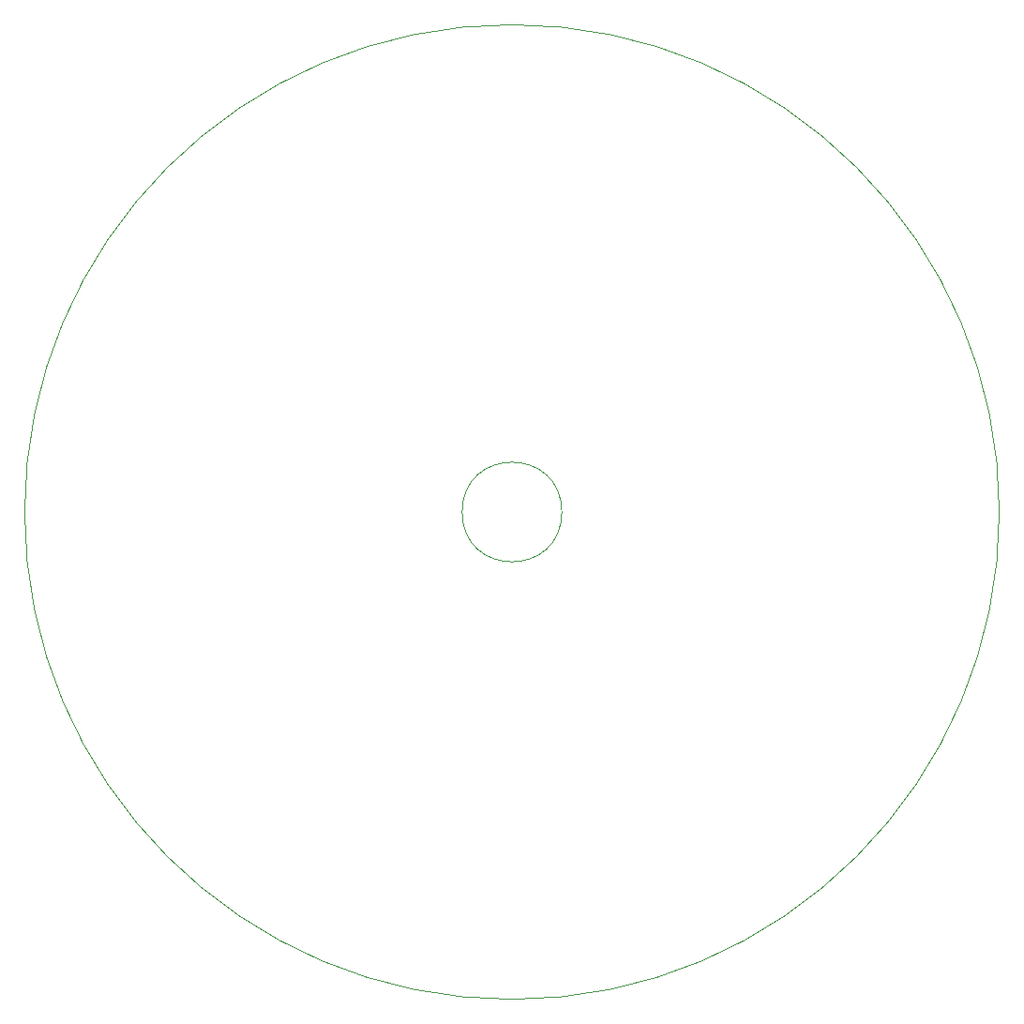
<source format=gbr>
%TF.GenerationSoftware,KiCad,Pcbnew,8.0.4*%
%TF.CreationDate,2024-07-23T01:00:19-04:00*%
%TF.ProjectId,esp32-wroom-table-lights,65737033-322d-4777-926f-6f6d2d746162,rev?*%
%TF.SameCoordinates,Original*%
%TF.FileFunction,Profile,NP*%
%FSLAX46Y46*%
G04 Gerber Fmt 4.6, Leading zero omitted, Abs format (unit mm)*
G04 Created by KiCad (PCBNEW 8.0.4) date 2024-07-23 01:00:19*
%MOMM*%
%LPD*%
G01*
G04 APERTURE LIST*
%TA.AperFunction,Profile*%
%ADD10C,0.050000*%
%TD*%
G04 APERTURE END LIST*
D10*
%TO.C,BRD1*%
X104601111Y-99800000D02*
G75*
G02*
X95598889Y-99800000I-4501111J0D01*
G01*
X95598889Y-99800000D02*
G75*
G02*
X104601111Y-99800000I4501111J0D01*
G01*
X144100000Y-99800000D02*
G75*
G02*
X56100000Y-99800000I-44000000J0D01*
G01*
X56100000Y-99800000D02*
G75*
G02*
X144100000Y-99800000I44000000J0D01*
G01*
%TD*%
M02*

</source>
